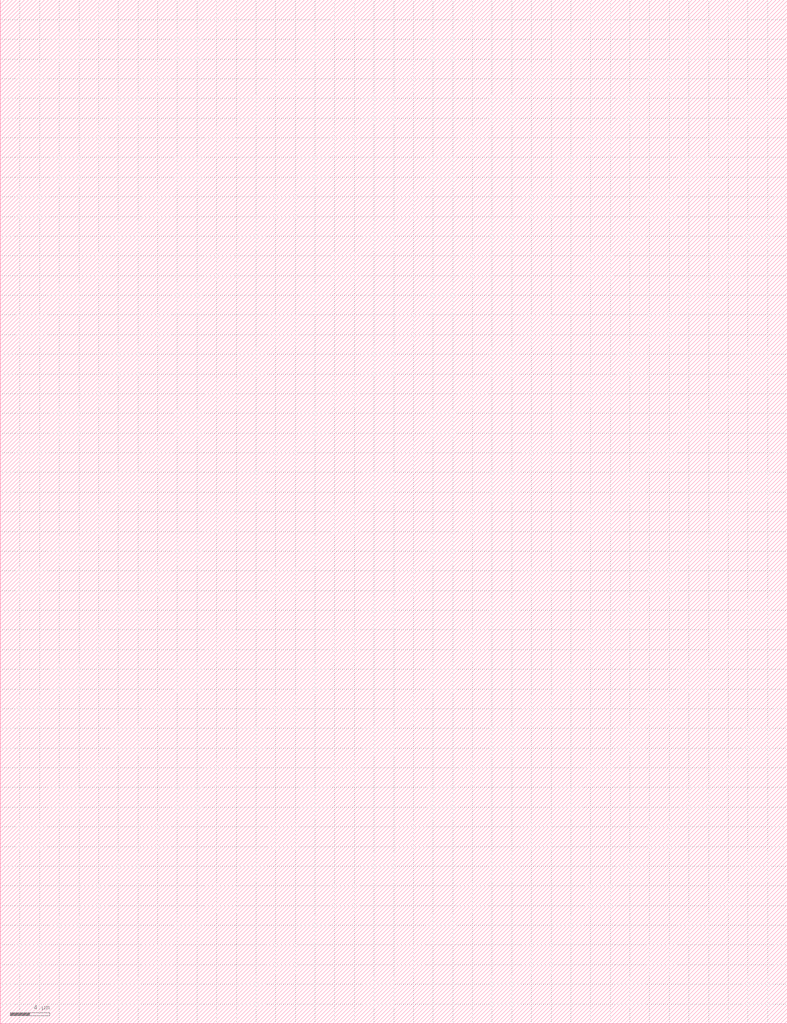
<source format=lef>
# LEF file generated for my_logo
VERSION 5.8 ;
NAMESCASESENSITIVE ON ;
DIVIDERCHAR "/" ;
BUSBITCHARS "[]" ;
UNITS
   DATABASE MICRONS 1000 ;
END UNITS

MACRO my_logo
   CLASS BLOCK ;
   FOREIGN my_logo 0 0 ;
   SIZE 80.000 BY 104.000 ;
   SYMMETRY X Y ;
END my_logo

</source>
